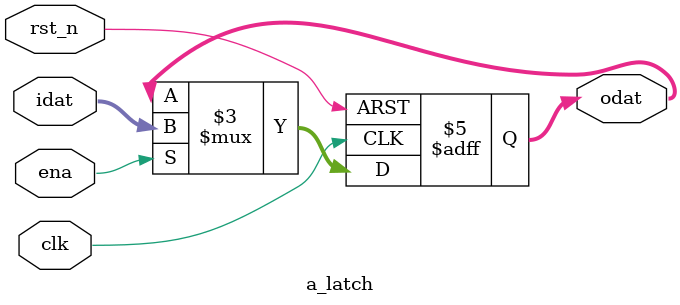
<source format=v>

module a_latch
    (
     clk,
     rst_n,
     ena,
     idat,
     odat
     );

////////////////////////////////////////////////////////////////////////////////
// Parameter declarations
parameter           SIZE = 8;
parameter           RST_VAL = {SIZE{1'b0}};

////////////////////////////////////////////////////////////////////////////////
// Port declarations
input               clk;
input               rst_n;
input               ena;
input [SIZE-1:0]    idat;
output [SIZE-1:0]   odat;

////////////////////////////////////////////////////////////////////////////////
// Local logic and instantiation
reg [SIZE-1:0]      odat;
always @(posedge clk or negedge rst_n)
    begin
    if(!rst_n)      odat <= RST_VAL;
    else if (ena)   odat <= idat;
    end

endmodule 

</source>
